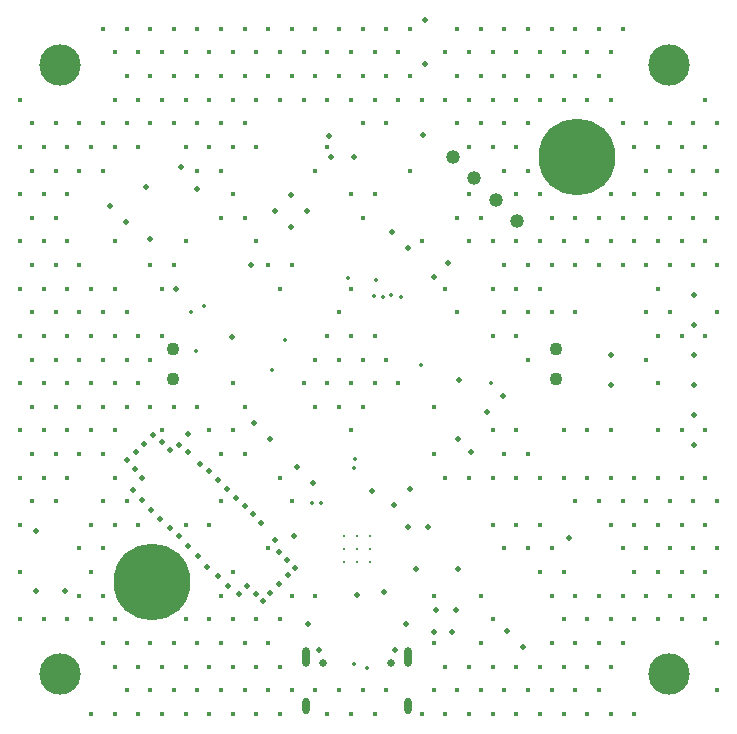
<source format=gbr>
%TF.GenerationSoftware,Altium Limited,Altium Designer,24.2.2 (26)*%
G04 Layer_Color=0*
%FSLAX45Y45*%
%MOMM*%
%TF.SameCoordinates,D31C6D6D-B6E9-44EC-8E0F-9CDDCF0E9FEB*%
%TF.FilePolarity,Positive*%
%TF.FileFunction,Plated,1,4,PTH,Drill*%
%TF.Part,Single*%
G01*
G75*
%TA.AperFunction,OtherDrill,Free Pad (13.789mm,13.789mm)*%
%ADD126C,6.50240*%
%TA.AperFunction,OtherDrill,Free Pad (57.531mm,5.969mm)*%
%ADD127C,3.50000*%
%TA.AperFunction,OtherDrill,Free Pad (57.531mm,57.531mm)*%
%ADD128C,3.50000*%
%TA.AperFunction,OtherDrill,Free Pad (5.969mm,57.531mm)*%
%ADD129C,3.50000*%
%TA.AperFunction,OtherDrill,Free Pad (5.969mm,5.969mm)*%
%ADD130C,3.50000*%
%TA.AperFunction,OtherDrill,Free Pad (49.711mm,49.711mm)*%
%ADD131C,6.50240*%
%TA.AperFunction,ComponentDrill*%
%ADD132C,1.10000*%
%ADD133O,0.60000X1.40000*%
%ADD134C,0.65000*%
%ADD135O,0.60000X1.70000*%
%ADD136C,1.19000*%
%TA.AperFunction,ViaDrill,NotFilled*%
%ADD137C,0.45000*%
%ADD138C,0.50000*%
%ADD139C,0.35000*%
%ADD140C,0.20000*%
D126*
X1378941Y1378941D02*
D03*
D127*
X5753100Y596900D02*
D03*
D128*
Y5753100D02*
D03*
D129*
X596900D02*
D03*
D130*
Y596900D02*
D03*
D131*
X4971059Y4971059D02*
D03*
D132*
X1550200Y3098800D02*
D03*
Y3352800D02*
D03*
X4799800Y3098800D02*
D03*
Y3352800D02*
D03*
D133*
X2679500Y324300D02*
D03*
X3543500D02*
D03*
D134*
X2822500Y692300D02*
D03*
X3400500D02*
D03*
D135*
X3543500Y742300D02*
D03*
X2679500D02*
D03*
D136*
X3925035Y4972585D02*
D03*
X4104640Y4792980D02*
D03*
X4284245Y4613375D02*
D03*
X4463850Y4433770D02*
D03*
D137*
X6060005Y5460004D02*
D03*
X6160005Y5260004D02*
D03*
X6060005Y5060004D02*
D03*
X6160005Y4860004D02*
D03*
X6060005Y4660004D02*
D03*
X6160005Y4460004D02*
D03*
X6060005Y4260004D02*
D03*
X6160005Y4060004D02*
D03*
Y3660003D02*
D03*
X6060005Y3460003D02*
D03*
Y2660003D02*
D03*
Y2260003D02*
D03*
X6160005Y2060002D02*
D03*
X6060005Y1860002D02*
D03*
X6160005Y1660002D02*
D03*
X6060005Y1460002D02*
D03*
X6160005Y1260002D02*
D03*
X6060005Y1060002D02*
D03*
X6160005Y860002D02*
D03*
Y460002D02*
D03*
X5960005Y5260004D02*
D03*
X5860005Y5060004D02*
D03*
X5960005Y4860004D02*
D03*
X5860005Y4660004D02*
D03*
X5960005Y4460004D02*
D03*
X5860005Y4260004D02*
D03*
X5960005Y4060004D02*
D03*
X5860005Y3460003D02*
D03*
Y2660003D02*
D03*
Y2260003D02*
D03*
X5960005Y2060002D02*
D03*
X5860005Y1860002D02*
D03*
X5960005Y1660002D02*
D03*
X5860005Y1460002D02*
D03*
X5960005Y1260002D02*
D03*
X5860005Y1060002D02*
D03*
X5760004Y5260004D02*
D03*
X5660004Y5060004D02*
D03*
X5760004Y4860004D02*
D03*
X5660004Y4660004D02*
D03*
X5760004Y4460004D02*
D03*
X5660004Y4260004D02*
D03*
X5760004Y4060004D02*
D03*
X5660004Y3860003D02*
D03*
X5760004Y3660003D02*
D03*
X5660004Y3460003D02*
D03*
Y3060003D02*
D03*
Y2660003D02*
D03*
Y2260003D02*
D03*
X5760004Y2060002D02*
D03*
X5660004Y1860002D02*
D03*
X5760004Y1660002D02*
D03*
X5660004Y1460002D02*
D03*
X5760004Y1260002D02*
D03*
X5660004Y1060002D02*
D03*
X5560004Y5260004D02*
D03*
X5460004Y5060004D02*
D03*
X5560004Y4860004D02*
D03*
X5460004Y4660004D02*
D03*
X5560004Y4460004D02*
D03*
X5460004Y4260004D02*
D03*
X5560004Y4060004D02*
D03*
Y3660003D02*
D03*
Y3260003D02*
D03*
X5460004Y2260003D02*
D03*
X5560004Y2060002D02*
D03*
X5460004Y1860002D02*
D03*
X5560004Y1660002D02*
D03*
X5460004Y1460002D02*
D03*
X5560004Y1260002D02*
D03*
X5460004Y1060002D02*
D03*
Y260002D02*
D03*
X5360004Y6060005D02*
D03*
X5260004Y5860005D02*
D03*
Y5460004D02*
D03*
X5360004Y5260004D02*
D03*
X5260004Y4660004D02*
D03*
X5360004Y4460004D02*
D03*
X5260004Y4260004D02*
D03*
X5360004Y4060004D02*
D03*
X5260004Y2660003D02*
D03*
Y2260003D02*
D03*
X5360004Y2060002D02*
D03*
X5260004Y1860002D02*
D03*
X5360004Y1660002D02*
D03*
Y1260002D02*
D03*
X5260004Y1060002D02*
D03*
X5360004Y860002D02*
D03*
X5260004Y660002D02*
D03*
Y260002D02*
D03*
X5160004Y6060005D02*
D03*
X5060004Y5860005D02*
D03*
X5160004Y5660004D02*
D03*
X5060004Y5460004D02*
D03*
X5160004Y4460004D02*
D03*
X5060004Y4260004D02*
D03*
X5160004Y4060004D02*
D03*
X5060004Y2660003D02*
D03*
Y2260003D02*
D03*
X5160004Y2060002D02*
D03*
Y1260002D02*
D03*
X5060004Y1060002D02*
D03*
X5160004Y860002D02*
D03*
X5060004Y660002D02*
D03*
X5160004Y460002D02*
D03*
X5060004Y260002D02*
D03*
X4960004Y6060005D02*
D03*
X4860004Y5860005D02*
D03*
X4960004Y5660004D02*
D03*
X4860004Y5460004D02*
D03*
X4960004Y4460004D02*
D03*
X4860004Y4260004D02*
D03*
X4960004Y4060004D02*
D03*
Y3660003D02*
D03*
X4860004Y2660003D02*
D03*
Y2260003D02*
D03*
X4960004Y2060002D02*
D03*
X4860004Y1460002D02*
D03*
X4960004Y1260002D02*
D03*
X4860004Y1060002D02*
D03*
X4960004Y860002D02*
D03*
X4860004Y660002D02*
D03*
X4960004Y460002D02*
D03*
X4860004Y260002D02*
D03*
X4760004Y6060005D02*
D03*
X4660004Y5860005D02*
D03*
X4760004Y5660004D02*
D03*
X4660004Y5460004D02*
D03*
Y4660004D02*
D03*
X4760004Y4460004D02*
D03*
X4660004Y4260004D02*
D03*
X4760004Y4060004D02*
D03*
X4660004Y3860003D02*
D03*
X4760004Y3660003D02*
D03*
X4660004Y2260003D02*
D03*
Y1860002D02*
D03*
X4760004Y1660002D02*
D03*
X4660004Y1460002D02*
D03*
X4760004Y1260002D02*
D03*
Y860002D02*
D03*
X4660004Y660002D02*
D03*
X4760004Y460002D02*
D03*
X4660004Y260002D02*
D03*
X4560004Y6060005D02*
D03*
X4460004Y5860005D02*
D03*
X4560004Y5660004D02*
D03*
X4460004Y5460004D02*
D03*
X4560004Y5260004D02*
D03*
X4460004Y5060004D02*
D03*
X4560004Y4860004D02*
D03*
X4460004Y4660004D02*
D03*
Y4260004D02*
D03*
X4560004Y4060004D02*
D03*
X4460004Y3860003D02*
D03*
X4560004Y3660003D02*
D03*
X4460004Y3460003D02*
D03*
X4560004Y3260003D02*
D03*
X4460004Y2660003D02*
D03*
X4560004Y2460003D02*
D03*
X4460004Y2260003D02*
D03*
Y1860002D02*
D03*
X4560004Y1660002D02*
D03*
X4460004Y660002D02*
D03*
X4560004Y460002D02*
D03*
X4460004Y260002D02*
D03*
X4360004Y6060005D02*
D03*
X4260004Y5860005D02*
D03*
X4360004Y5660004D02*
D03*
X4260004Y5460004D02*
D03*
X4360004Y5260004D02*
D03*
X4260004Y5060004D02*
D03*
X4360004Y4860004D02*
D03*
X4260004Y4260004D02*
D03*
X4360004Y4060004D02*
D03*
X4260004Y3860003D02*
D03*
X4360004Y3660003D02*
D03*
X4260004Y3460003D02*
D03*
Y2660003D02*
D03*
X4360004Y2460003D02*
D03*
X4260004Y2260003D02*
D03*
Y1860002D02*
D03*
X4360004Y1660002D02*
D03*
X4260004Y1060002D02*
D03*
Y660002D02*
D03*
X4360004Y460002D02*
D03*
X4260004Y260002D02*
D03*
X4160004Y6060005D02*
D03*
X4060004Y5860005D02*
D03*
X4160004Y5660004D02*
D03*
X4060004Y5460004D02*
D03*
X4160004Y5260004D02*
D03*
X4060004Y5060004D02*
D03*
Y4660004D02*
D03*
X4160004Y4460004D02*
D03*
X4060004Y4260004D02*
D03*
Y2260003D02*
D03*
X4160004Y1260002D02*
D03*
Y860002D02*
D03*
X4060004Y660002D02*
D03*
X4160004Y460002D02*
D03*
X4060004Y260002D02*
D03*
X3960004Y6060005D02*
D03*
X3860003Y5860005D02*
D03*
X3960004Y5660004D02*
D03*
X3860003Y5460004D02*
D03*
X3960004Y5260004D02*
D03*
Y4460004D02*
D03*
X3860003Y3860003D02*
D03*
X3960004Y3660003D02*
D03*
X3860003Y2260003D02*
D03*
Y660002D02*
D03*
X3960004Y460002D02*
D03*
X3860003Y260002D02*
D03*
X3660003Y5460004D02*
D03*
Y4260004D02*
D03*
X3760003Y2860003D02*
D03*
Y2460003D02*
D03*
Y1260002D02*
D03*
Y860002D02*
D03*
Y460002D02*
D03*
X3660003Y260002D02*
D03*
X3560003Y6060005D02*
D03*
X3460003Y5860005D02*
D03*
X3560003Y5660004D02*
D03*
X3460003Y5460004D02*
D03*
X3560003Y4860004D02*
D03*
X3460003Y3060003D02*
D03*
X3360003Y6060005D02*
D03*
X3260003Y5860005D02*
D03*
X3360003Y5660004D02*
D03*
X3260003Y5460004D02*
D03*
X3360003Y5260004D02*
D03*
X3260003Y4660004D02*
D03*
Y3460003D02*
D03*
X3360003Y3260003D02*
D03*
X3260003Y3060003D02*
D03*
X3360003Y460002D02*
D03*
X3260003Y260002D02*
D03*
X3160003Y6060005D02*
D03*
X3060003Y5860005D02*
D03*
X3160003Y5660004D02*
D03*
X3060003Y5460004D02*
D03*
X3160003Y5260004D02*
D03*
X3060003Y4660004D02*
D03*
X3160003Y4460004D02*
D03*
X3060003Y3860003D02*
D03*
Y3460003D02*
D03*
X3160003Y3260003D02*
D03*
X3060003Y3060003D02*
D03*
X3160003Y2860003D02*
D03*
X3060003Y2660003D02*
D03*
X3160003Y460002D02*
D03*
X3060003Y260002D02*
D03*
X2960003Y6060005D02*
D03*
X2860003Y5860005D02*
D03*
X2960003Y5660004D02*
D03*
X2860003Y5460004D02*
D03*
Y5060004D02*
D03*
X2960003Y3660003D02*
D03*
X2860003Y3460003D02*
D03*
X2960003Y3260003D02*
D03*
X2860003Y3060003D02*
D03*
X2960003Y2860003D02*
D03*
Y460002D02*
D03*
X2860003Y260002D02*
D03*
X2760003Y6060005D02*
D03*
X2660003Y5860005D02*
D03*
X2760003Y5660004D02*
D03*
X2660003Y5460004D02*
D03*
X2760003Y4860004D02*
D03*
Y3260003D02*
D03*
X2660003Y3060003D02*
D03*
X2760003Y2860003D02*
D03*
Y1260002D02*
D03*
Y460002D02*
D03*
X2560003Y6060005D02*
D03*
X2460003Y5860005D02*
D03*
X2560003Y5660004D02*
D03*
X2460003Y5460004D02*
D03*
X2560003Y4060004D02*
D03*
X2460003Y3860003D02*
D03*
Y2260003D02*
D03*
X2560003Y2060002D02*
D03*
Y1260002D02*
D03*
X2460003Y1060002D02*
D03*
Y660002D02*
D03*
X2560003Y460002D02*
D03*
X2460003Y260002D02*
D03*
X2360003Y6060005D02*
D03*
X2260003Y5860005D02*
D03*
X2360003Y5660004D02*
D03*
X2260003Y5460004D02*
D03*
Y5060004D02*
D03*
Y4260004D02*
D03*
X2360003Y4060004D02*
D03*
Y1660002D02*
D03*
X2260003Y1060002D02*
D03*
X2360003Y860002D02*
D03*
X2260003Y660002D02*
D03*
X2360003Y460002D02*
D03*
X2260003Y260002D02*
D03*
X2160003Y6060005D02*
D03*
X2060002Y5860005D02*
D03*
X2160003Y5660004D02*
D03*
X2060002Y5460004D02*
D03*
X2160003Y5260004D02*
D03*
X2060002Y5060004D02*
D03*
Y4660004D02*
D03*
X2160003Y4460004D02*
D03*
X2060002Y3060003D02*
D03*
X2160003Y2860003D02*
D03*
X2060002Y2660003D02*
D03*
X2160003Y2460003D02*
D03*
X2060002Y1460002D02*
D03*
Y1060002D02*
D03*
X2160003Y860002D02*
D03*
X2060002Y660002D02*
D03*
X2160003Y460002D02*
D03*
X2060002Y260002D02*
D03*
X1960002Y6060005D02*
D03*
X1860002Y5860005D02*
D03*
X1960002Y5660004D02*
D03*
X1860002Y5460004D02*
D03*
X1960002Y5260004D02*
D03*
X1860002Y5060004D02*
D03*
X1960002Y4860004D02*
D03*
Y4460004D02*
D03*
X1860002Y2660003D02*
D03*
X1960002Y2460003D02*
D03*
Y2060002D02*
D03*
X1860002Y1860002D02*
D03*
X1960002Y1260002D02*
D03*
X1860002Y1060002D02*
D03*
X1960002Y860002D02*
D03*
X1860002Y660002D02*
D03*
X1960002Y460002D02*
D03*
X1860002Y260002D02*
D03*
X1760002Y6060005D02*
D03*
X1660002Y5860005D02*
D03*
X1760002Y5660004D02*
D03*
X1660002Y5460004D02*
D03*
X1760002Y5260004D02*
D03*
X1660002Y5060004D02*
D03*
X1760002Y4860004D02*
D03*
X1660002Y4260004D02*
D03*
X1760002Y2860003D02*
D03*
X1660002Y1860002D02*
D03*
Y1060002D02*
D03*
X1760002Y860002D02*
D03*
X1660002Y660002D02*
D03*
X1760002Y460002D02*
D03*
X1660002Y260002D02*
D03*
X1560002Y6060005D02*
D03*
X1460002Y5860005D02*
D03*
X1560002Y5660004D02*
D03*
X1460002Y5460004D02*
D03*
X1560002Y5260004D02*
D03*
Y4060004D02*
D03*
X1460002Y3860003D02*
D03*
Y3460003D02*
D03*
X1560002Y2860003D02*
D03*
X1460002Y2660003D02*
D03*
X1560002Y860002D02*
D03*
X1460002Y660002D02*
D03*
X1560002Y460002D02*
D03*
X1460002Y260002D02*
D03*
X1360002Y6060005D02*
D03*
X1260002Y5860005D02*
D03*
X1360002Y5660004D02*
D03*
X1260002Y5460004D02*
D03*
X1360002Y5260004D02*
D03*
X1260002Y5060004D02*
D03*
X1360002Y4060004D02*
D03*
X1260002Y3460003D02*
D03*
X1360002Y3260003D02*
D03*
X1260002Y3060003D02*
D03*
X1360002Y2860003D02*
D03*
X1260002Y1860002D02*
D03*
X1360002Y860002D02*
D03*
X1260002Y660002D02*
D03*
X1360002Y460002D02*
D03*
X1260002Y260002D02*
D03*
X1160002Y6060005D02*
D03*
X1060002Y5860005D02*
D03*
X1160002Y5660004D02*
D03*
X1060002Y5460004D02*
D03*
X1160002Y5260004D02*
D03*
X1060002Y5060004D02*
D03*
Y4260004D02*
D03*
Y3860003D02*
D03*
X1160002Y3660003D02*
D03*
X1060002Y3460003D02*
D03*
X1160002Y3260003D02*
D03*
X1060002Y3060003D02*
D03*
X1160002Y2860003D02*
D03*
X1060002Y2660003D02*
D03*
Y2260003D02*
D03*
X1160002Y2060002D02*
D03*
X1060002Y1860002D02*
D03*
Y1060002D02*
D03*
X1160002Y860002D02*
D03*
X1060002Y660002D02*
D03*
X1160002Y460002D02*
D03*
X1060002Y260002D02*
D03*
X960002Y6060005D02*
D03*
Y5260004D02*
D03*
X860002Y5060004D02*
D03*
X960002Y4860004D02*
D03*
X860002Y3860003D02*
D03*
X960002Y3660003D02*
D03*
X860002Y3460003D02*
D03*
X960002Y3260003D02*
D03*
X860002Y3060003D02*
D03*
X960002Y2860003D02*
D03*
X860002Y2660003D02*
D03*
X960002Y2460003D02*
D03*
Y2060002D02*
D03*
X860002Y1860002D02*
D03*
X960002Y1660002D02*
D03*
X860002Y1460002D02*
D03*
X960002Y1260002D02*
D03*
X860002Y1060002D02*
D03*
X960002Y860002D02*
D03*
X860002Y260002D02*
D03*
X760002Y5260004D02*
D03*
X660002Y5060004D02*
D03*
X760002Y4860004D02*
D03*
X660002Y4660004D02*
D03*
Y4260004D02*
D03*
X760002Y4060004D02*
D03*
X660002Y3860003D02*
D03*
X760002Y3660003D02*
D03*
X660002Y3460003D02*
D03*
X760002Y3260003D02*
D03*
X660002Y3060003D02*
D03*
X760002Y2860003D02*
D03*
X660002Y2660003D02*
D03*
X760002Y2460003D02*
D03*
X660002Y2260003D02*
D03*
X760002Y1660002D02*
D03*
Y1260002D02*
D03*
X660002Y1060002D02*
D03*
X560002Y5260004D02*
D03*
X460002Y5060004D02*
D03*
X560002Y4860004D02*
D03*
X460002Y4660004D02*
D03*
X560002Y4460004D02*
D03*
X460002Y4260004D02*
D03*
X560002Y4060004D02*
D03*
X460002Y3860003D02*
D03*
X560002Y3660003D02*
D03*
X460002Y3460003D02*
D03*
X560002Y3260003D02*
D03*
X460002Y3060003D02*
D03*
X560002Y2860003D02*
D03*
X460002Y2660003D02*
D03*
X560002Y2460003D02*
D03*
X460002Y2260003D02*
D03*
X560002Y2060002D02*
D03*
X460002Y1060002D02*
D03*
X260002Y5460004D02*
D03*
X360002Y5260004D02*
D03*
X260002Y5060004D02*
D03*
X360002Y4860004D02*
D03*
X260002Y4660004D02*
D03*
X360002Y4460004D02*
D03*
X260002Y4260004D02*
D03*
X360002Y4060004D02*
D03*
X260002Y3860003D02*
D03*
X360002Y3660003D02*
D03*
X260002Y3460003D02*
D03*
X360002Y3260003D02*
D03*
X260002Y3060003D02*
D03*
X360002Y2860003D02*
D03*
X260002Y2660003D02*
D03*
X360002Y2460003D02*
D03*
X260002Y2260003D02*
D03*
X360002Y2060002D02*
D03*
X260002Y1860002D02*
D03*
Y1460002D02*
D03*
Y1060002D02*
D03*
D138*
X396240Y1812360D02*
D03*
X637540Y1304260D02*
D03*
X396240D02*
D03*
X1165860Y2410460D02*
D03*
X1239520Y2473960D02*
D03*
X1386840Y2623820D02*
D03*
X1308100Y2545080D02*
D03*
X1231900Y2334260D02*
D03*
X1292860Y2260600D02*
D03*
X1216660Y2153920D02*
D03*
X1290320Y2067560D02*
D03*
X1608071Y2537978D02*
D03*
X1676400Y2476500D02*
D03*
X1785620Y2377440D02*
D03*
X1859280Y2319020D02*
D03*
X1932940Y2242820D02*
D03*
X2009140Y2164080D02*
D03*
X2087880Y2090420D02*
D03*
X2164080Y2021840D02*
D03*
X2230120Y1950720D02*
D03*
X2301240Y1879600D02*
D03*
X2420620Y1729740D02*
D03*
X2448560Y1630680D02*
D03*
X2517140Y1559560D02*
D03*
X2588260Y1498600D02*
D03*
X2524760Y1432560D02*
D03*
X2448560Y1356360D02*
D03*
X2316480Y1211580D02*
D03*
X2374900Y1282700D02*
D03*
X2255520Y1275080D02*
D03*
X2179320Y1341120D02*
D03*
X2110740Y1272540D02*
D03*
X2016760Y1343660D02*
D03*
X1930400Y1427480D02*
D03*
X1844040Y1506220D02*
D03*
X1762760Y1592580D02*
D03*
X1684020Y1678940D02*
D03*
X1600200Y1762760D02*
D03*
X1524000Y1833880D02*
D03*
X1445260Y1910080D02*
D03*
X1363980Y1986280D02*
D03*
X1457960Y2560320D02*
D03*
X1531620Y2496820D02*
D03*
X3973928Y3084894D02*
D03*
X3431500Y799800D02*
D03*
X2791500D02*
D03*
X3405303Y4339977D02*
D03*
X1320800Y4724400D02*
D03*
X3240711Y2144358D02*
D03*
X3422042Y2027921D02*
D03*
X3111500Y1267800D02*
D03*
X2693640Y1018100D02*
D03*
X3529779Y1018069D02*
D03*
X2894580Y4973320D02*
D03*
X3539653Y4205627D02*
D03*
X3878306Y4075885D02*
D03*
X3763779Y3962193D02*
D03*
X4345259Y2948576D02*
D03*
X3962707Y2586027D02*
D03*
X4076659Y2472870D02*
D03*
X4906587Y1748506D02*
D03*
X3708669Y1843681D02*
D03*
X4385445Y958715D02*
D03*
X3914714Y950133D02*
D03*
X3948380Y1137920D02*
D03*
X3966800Y1488440D02*
D03*
X2579235Y1761625D02*
D03*
X2602672Y2353060D02*
D03*
X2370906Y2588909D02*
D03*
X1682885Y2632575D02*
D03*
X2213164Y4062900D02*
D03*
X1577038Y3858563D02*
D03*
X2690995Y4517525D02*
D03*
X2553302Y4379624D02*
D03*
X1020193Y4562681D02*
D03*
X1357234Y4282297D02*
D03*
X1760835Y4701453D02*
D03*
X2872750Y5148350D02*
D03*
X3686250Y6133350D02*
D03*
Y5763350D02*
D03*
X3668750Y5160850D02*
D03*
X3340100Y1287780D02*
D03*
X4519795Y824365D02*
D03*
X3764714Y950133D02*
D03*
X3783380Y1137920D02*
D03*
X3606800Y1488440D02*
D03*
X3543669Y1843681D02*
D03*
X3556392Y2162271D02*
D03*
X2737022Y2218710D02*
D03*
X2236556Y2723259D02*
D03*
X2052803Y3447674D02*
D03*
X2556645Y4651875D02*
D03*
X2418952Y4513974D02*
D03*
X1621655Y4885824D02*
D03*
X1154544Y4428330D02*
D03*
X3084580Y4973320D02*
D03*
X4210909Y2814226D02*
D03*
X5261400Y3302000D02*
D03*
Y3048000D02*
D03*
X5965400Y3302000D02*
D03*
Y3048000D02*
D03*
Y3810000D02*
D03*
Y3556000D02*
D03*
Y2794000D02*
D03*
Y2540000D02*
D03*
D139*
X3086968Y2343135D02*
D03*
X3097673Y2417770D02*
D03*
X3649980Y3211412D02*
D03*
X4247806Y3059893D02*
D03*
X2498881Y3426939D02*
D03*
X3035668Y3954412D02*
D03*
X3268980Y3934460D02*
D03*
X3403210Y3804138D02*
D03*
X3329867Y3786647D02*
D03*
X3255624Y3799803D02*
D03*
X2730199Y2044820D02*
D03*
X3483242Y3785502D02*
D03*
X2808158Y2044027D02*
D03*
X3196342Y645729D02*
D03*
X3086281Y681201D02*
D03*
X2391294Y3174126D02*
D03*
X1750060Y3329940D02*
D03*
X1709994Y3665564D02*
D03*
X1817922Y3717326D02*
D03*
D140*
X3001500Y1547350D02*
D03*
Y1657350D02*
D03*
Y1767350D02*
D03*
X3111500Y1547350D02*
D03*
Y1657350D02*
D03*
Y1767350D02*
D03*
X3221500Y1547350D02*
D03*
Y1657350D02*
D03*
Y1767350D02*
D03*
%TF.MD5,73020a5abc61450d16ad4e003c01c3f9*%
M02*

</source>
